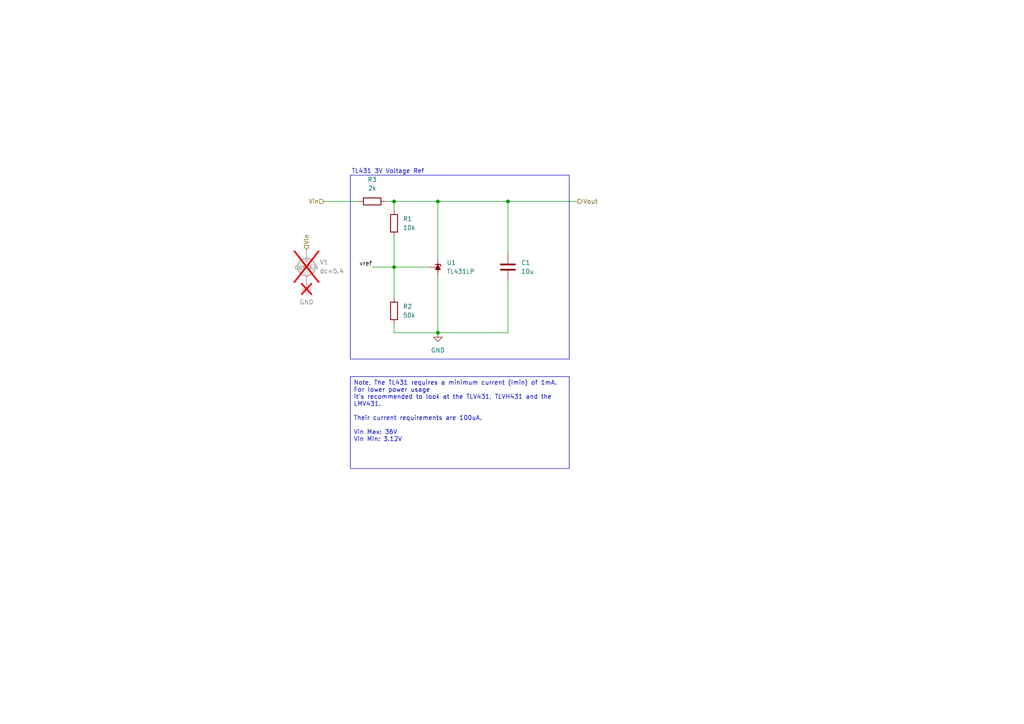
<source format=kicad_sch>
(kicad_sch (version 20250114) (generator "eeschema") (generator_version "9.0")
  (paper "A4")
  (lib_symbols
    (symbol "Device:C" (pin_numbers (hide yes)) (pin_names (offset 0.254))
      (property "Reference" "C" (at 0.635 2.54 0))
      (property "Value" "C" (at 0.635 -2.54 0))
      (symbol "C_0_1"
        (polyline (pts (xy -2.032 0.762) (xy 2.032 0.762)) (stroke (width 0.508)))
        (polyline (pts (xy -2.032 -0.762) (xy 2.032 -0.762)) (stroke (width 0.508)))
      )
      (symbol "C_1_1"
        (pin passive line (at 0 3.81 270) (length 2.794) (name "~") (number "1"))
        (pin passive line (at 0 -3.81 90) (length 2.794) (name "~") (number "2"))
      )
    )
    (symbol "Device:R" (pin_numbers (hide yes)) (pin_names (offset 0))
      (property "Reference" "R" (at 2.032 0 90))
      (property "Value" "R" (at 0 0 90))
      (symbol "R_0_1"
        (rectangle (start -1.016 -2.54) (end 1.016 2.54) (stroke (width 0.254)))
      )
      (symbol "R_1_1"
        (pin passive line (at 0 3.81 270) (length 1.27) (name "~") (number "1"))
        (pin passive line (at 0 -3.81 90) (length 1.27) (name "~") (number "2"))
      )
    )
    (symbol "Reference_Voltage:TL431LP" (pin_numbers (hide yes)) (pin_names (hide yes))
      (property "Reference" "U" (at -2.54 2.54 0))
      (property "Value" "TL431LP" (at 0 -2.54 0))
      (symbol "TL431LP_0_1"
        (polyline (pts (xy -1.27 0) (xy 0 0) (xy 1.27 0)))
        (polyline (pts (xy -0.762 -0.762) (xy -0.762 0.762) (xy 0.762 0) (xy -0.762 -0.762)) (fill (type outline)))
        (polyline (pts (xy 0.254 -0.762) (xy 0.762 -0.762) (xy 0.762 0.762) (xy 0.762 0.762)) (stroke (width 0.254)))
      )
      (symbol "TL431LP_1_1"
        (pin passive line (at -2.54 0 0) (length 2.54) (name "A") (number "2"))
        (pin passive line (at 0 2.54 270) (length 2.54) (name "REF") (number "1"))
        (pin passive line (at 2.54 0 180) (length 2.54) (name "K") (number "3"))
      )
    )
    (symbol "Simulation_SPICE:VDC" (pin_numbers (hide yes)) (pin_names (offset 0.0254))
      (property "Reference" "V" (at 2.54 2.54 0))
      (property "Value" "1" (at 2.54 0 0))
      (symbol "VDC_0_0"
        (polyline (pts (xy -1.27 0.254) (xy 1.27 0.254)))
        (polyline (pts (xy -0.762 -0.254) (xy -1.27 -0.254)))
        (polyline (pts (xy 0.254 -0.254) (xy -0.254 -0.254)))
        (polyline (pts (xy 1.27 -0.254) (xy 0.762 -0.254)))
        (text "+" (at 0 1.905 0) (effects (font (size 1.27 1.27))))
      )
      (symbol "VDC_0_1"
        (circle (center 0 0) (radius 2.54) (stroke (width 0.254)) (fill (type background)))
      )
      (symbol "VDC_1_1"
        (pin passive line (at 0 5.08 270) (length 2.54) (name "~") (number "1"))
        (pin passive line (at 0 -5.08 90) (length 2.54) (name "~") (number "2"))
      )
    )
    (symbol "power:GND" (power) (pin_numbers (hide yes)) (pin_names (offset 0) (hide yes))
      (property "Value" "GND" (at 0 -3.81 0))
      (symbol "GND_0_1"
        (polyline (pts (xy 0 0) (xy 0 -1.27) (xy 1.27 -1.27) (xy 0 -2.54) (xy -1.27 -1.27) (xy 0 -1.27)))
      )
      (symbol "GND_1_1"
        (pin power_in line (at 0 0 270) (length 0) (name "~") (number "1"))
      )
    )
  )
  (rectangle (start 101.6 50.8) (end 165.1 104.14))
  (text "TL431 3V Voltage Ref" (at 112.522 49.784 0) (effects (font (size 1.27 1.27))))
  (text_box "Note, The TL431 requires a minimum current (Imin) of 1mA. For lower power usage \nit's recommended to look at the TLV431, TLVH431 and the LMV431. \n\nTheir current requirements are 100uA.\n\nVin Max: 36V\nVin Min: 3.12V" (at 101.6 109.22 0) (size 63.5 26.67) (margins 0.9525 0.9525 0.9525 0.9525) (effects (font (size 1.27 1.27)) (justify left top)))
  (junction (at 114.3 58.42))
  (junction (at 127 58.42))
  (junction (at 114.3 77.47))
  (junction (at 147.32 58.42))
  (junction (at 127 96.52))
  (wire (pts (xy 114.3 96.52) (xy 127 96.52)))
  (wire (pts (xy 124.46 77.47) (xy 114.3 77.47)))
  (wire (pts (xy 107.95 77.47) (xy 114.3 77.47)))
  (wire (pts (xy 93.98 58.42) (xy 104.14 58.42)))
  (wire (pts (xy 114.3 93.98) (xy 114.3 96.52)))
  (wire (pts (xy 114.3 77.47) (xy 114.3 86.36)))
  (wire (pts (xy 147.32 96.52) (xy 127 96.52)))
  (wire (pts (xy 147.32 73.66) (xy 147.32 58.42)))
  (wire (pts (xy 114.3 68.58) (xy 114.3 77.47)))
  (wire (pts (xy 147.32 81.28) (xy 147.32 96.52)))
  (wire (pts (xy 127 80.01) (xy 127 96.52)))
  (wire (pts (xy 114.3 58.42) (xy 114.3 60.96)))
  (wire (pts (xy 127 58.42) (xy 114.3 58.42)))
  (wire (pts (xy 127 74.93) (xy 127 58.42)))
  (wire (pts (xy 147.32 58.42) (xy 167.64 58.42)))
  (wire (pts (xy 147.32 58.42) (xy 127 58.42)))
  (wire (pts (xy 111.76 58.42) (xy 114.3 58.42)))
  (label "vref" (at 107.95 77.47 180))
  (hierarchical_label "Vout" (shape output) (at 167.64 58.42 0))
  (hierarchical_label "Vin" (shape input) (at 93.98 58.42 180))
  (hierarchical_label "Vin" (shape input) (at 88.9 72.39 90))
  (symbol (lib_id "Simulation_SPICE:VDC") (at 88.9 77.47 0) (unit 1) (in_bom no) (on_board no) (dnp yes)
    (property "Reference" "V1" (at 92.71 76.0701 0) (effects (justify left)))
    (property "Value" "${SIM.PARAMS}" (at 92.71 78.6101 0) (effects (justify left)))
    (property "Datasheet" "https://ngspice.sourceforge.io/docs/ngspice-html-manual/manual.xhtml#sec_Independent_Sources_for" (effects (hide yes)))
    (property "Description" "Voltage source, DC" (effects (hide yes)))
    (property "Sim.Pins" "1=+ 2=-" (effects (hide yes)))
    (property "Sim.Type" "DC" (effects (hide yes)))
    (property "Sim.Device" "V" (effects (hide yes)))
    (property "Sim.Params" "dc=5.4" (at 88.9 77.47 0))
  )
  (symbol (lib_id "Device:R") (at 114.3 90.17 0) (unit 1)
    (property "Reference" "R2" (at 116.84 88.8999 0) (effects (justify left)))
    (property "Value" "50k" (at 116.84 91.4399 0) (effects (justify left)))
    (property "Description" "Resistor" (effects (hide yes)))
  )
  (symbol (lib_id "power:GND") (at 88.9 82.55 0) (unit 1) (in_bom no) (on_board no) (dnp yes)
    (property "Reference" "#PWR02" (effects (hide yes)))
    (property "Value" "GND" (at 88.9 87.63 0))
    (property "Description" "Power symbol creates a global label with name \"GND\" , ground" (effects (hide yes)))
  )
  (symbol (lib_id "power:GND") (at 127 96.52 0) (unit 1)
    (property "Reference" "#PWR01" (effects (hide yes)))
    (property "Value" "GND" (at 127 101.6 0))
    (property "Description" "Power symbol creates a global label with name \"GND\" , ground" (effects (hide yes)))
  )
  (symbol (lib_id "Device:C") (at 147.32 77.47 0) (unit 1)
    (property "Reference" "C1" (at 151.13 76.1999 0) (effects (justify left)))
    (property "Value" "10u" (at 151.13 78.7399 0) (effects (justify left)))
    (property "Description" "Unpolarized capacitor" (effects (hide yes)))
    (property "Sim.Device" "C" (effects (hide yes)))
    (property "Sim.Pins" "1=- 2=+" (effects (hide yes)))
  )
  (symbol (lib_id "Reference_Voltage:TL431LP") (at 127 77.47 90) (unit 1)
    (property "Reference" "U1" (at 129.54 76.1999 90) (effects (justify right)))
    (property "Value" "TL431LP" (at 129.54 78.7399 90) (effects (justify right)))
    (property "Footprint" "Package_TO_SOT_THT:TO-92_Inline" (effects (hide yes)))
    (property "Datasheet" "http://www.ti.com/lit/ds/symlink/tl431.pdf" (effects (hide yes)))
    (property "Description" "Shunt Regulator, TO-92" (effects (hide yes)))
    (property "Sim.Library" "spice_models/tl431.mod" (effects (hide yes)))
    (property "Sim.Name" "TL431" (effects (hide yes)))
    (property "Sim.Device" "SUBCKT" (effects (hide yes)))
    (property "Sim.Pins" "1=1 2=2 3=3" (effects (hide yes)))
  )
  (symbol (lib_id "Device:R") (at 114.3 64.77 0) (unit 1)
    (property "Reference" "R1" (at 116.84 63.4999 0) (effects (justify left)))
    (property "Value" "10k" (at 116.84 66.0399 0) (effects (justify left)))
    (property "Description" "Resistor" (effects (hide yes)))
    (property "Sim.Device" "R" (effects (hide yes)))
    (property "Sim.Pins" "1=- 2=+" (effects (hide yes)))
  )
  (symbol (lib_id "Device:R") (at 107.95 58.42 90) (unit 1)
    (property "Reference" "R3" (at 107.95 52.07 90))
    (property "Value" "2k" (at 107.95 54.61 90))
    (property "Description" "Resistor" (effects (hide yes)))
    (property "Sim.Device" "R" (effects (hide yes)))
    (property "Sim.Pins" "1=- 2=+" (effects (hide yes)))
  )
)
</source>
